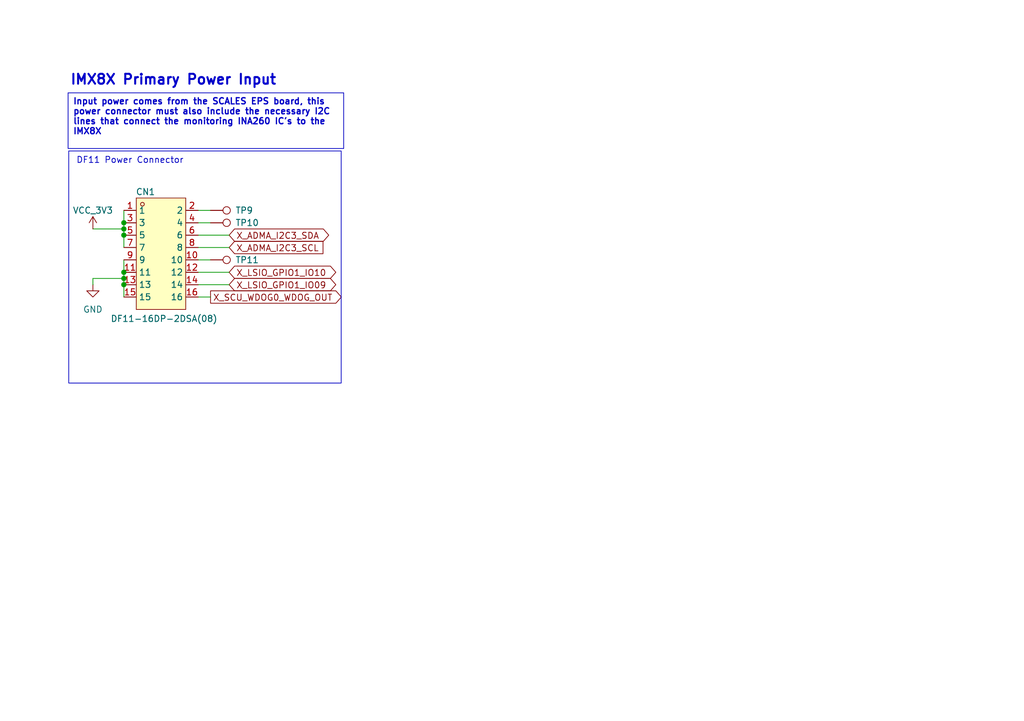
<source format=kicad_sch>
(kicad_sch (version 20250114) (generator "eeschema") (generator_version "9.0")
  (paper "A5")
  (lib_symbols
    (symbol "Connector:TestPoint" (pin_numbers (hide yes)) (pin_names (offset 0.762) (hide yes))
      (property "Reference" "TP" (at 0 6.858 0))
      (property "Value" "TestPoint" (at 0 5.08 0))
      (symbol "TestPoint_0_1"
        (circle (center 0 3.302) (radius 0.762))
      )
      (symbol "TestPoint_1_1"
        (pin passive line (at 0 0 90) (length 2.54) (name "1") (number "1"))
      )
    )
    (symbol "imx8_carrier_board_symbol_library:DF11-16DP-2DSA(08)"
      (property "Reference" "CN" (at 0 13.97 0))
      (property "Value" "DF11-16DP-2DSA(08)" (at 0 -13.97 0))
      (symbol "DF11-16DP-2DSA(08)_0_1"
        (rectangle (start -5.08 11.43) (end 5.08 -11.43) (fill (type background)))
        (circle (center -3.81 10.16) (radius 0.38))
        (pin unspecified line (at -7.62 8.89 0) (length 2.54) (name "1") (number "1"))
        (pin unspecified line (at -7.62 6.35 0) (length 2.54) (name "3") (number "3"))
        (pin unspecified line (at -7.62 3.81 0) (length 2.54) (name "5") (number "5"))
        (pin unspecified line (at -7.62 1.27 0) (length 2.54) (name "7") (number "7"))
        (pin unspecified line (at -7.62 -1.27 0) (length 2.54) (name "9") (number "9"))
        (pin unspecified line (at -7.62 -3.81 0) (length 2.54) (name "11") (number "11"))
        (pin unspecified line (at -7.62 -6.35 0) (length 2.54) (name "13") (number "13"))
        (pin unspecified line (at -7.62 -8.89 0) (length 2.54) (name "15") (number "15"))
        (pin unspecified line (at 7.62 8.89 180) (length 2.54) (name "2") (number "2"))
        (pin unspecified line (at 7.62 6.35 180) (length 2.54) (name "4") (number "4"))
        (pin unspecified line (at 7.62 3.81 180) (length 2.54) (name "6") (number "6"))
        (pin unspecified line (at 7.62 1.27 180) (length 2.54) (name "8") (number "8"))
        (pin unspecified line (at 7.62 -1.27 180) (length 2.54) (name "10") (number "10"))
        (pin unspecified line (at 7.62 -3.81 180) (length 2.54) (name "12") (number "12"))
        (pin unspecified line (at 7.62 -6.35 180) (length 2.54) (name "14") (number "14"))
        (pin unspecified line (at 7.62 -8.89 180) (length 2.54) (name "16") (number "16"))
      )
    )
    (symbol "imx8_carrier_board_symbol_library:VCC_3V3" (power) (pin_numbers (hide yes)) (pin_names (offset 0) (hide yes))
      (property "Value" "VCC_3V3" (at 0 3.556 0))
      (symbol "VCC_3V3_0_1"
        (polyline (pts (xy -0.762 1.27) (xy 0 2.54)))
        (polyline (pts (xy 0 2.54) (xy 0.762 1.27)))
        (polyline (pts (xy 0 0) (xy 0 2.54)))
      )
      (symbol "VCC_3V3_1_1"
        (pin power_in line (at 0 0 90) (length 0) (name "~") (number "1"))
      )
    )
    (symbol "power:GND" (power) (pin_numbers (hide yes)) (pin_names (offset 0) (hide yes))
      (property "Value" "GND" (at 0 -3.81 0))
      (symbol "GND_0_1"
        (polyline (pts (xy 0 0) (xy 0 -1.27) (xy 1.27 -1.27) (xy 0 -2.54) (xy -1.27 -1.27) (xy 0 -1.27)))
      )
      (symbol "GND_1_1"
        (pin power_in line (at 0 0 270) (length 0) (name "~") (number "1"))
      )
    )
  )
  (rectangle (start 14.097 30.988) (end 69.977 78.613))
  (text "DF11 Power Connector" (at 26.67 33.02 0) (effects (font (size 1.27 1.27))))
  (text "IMX8X Primary Power Input" (at 35.56 16.51 0) (effects (font (size 2.032 2.032) (thickness 0.4064) (bold yes))))
  (text_box "Input power comes from the SCALES EPS board, this power connector must also include the necessary I2C lines that connect the monitoring INA260 IC's to the IMX8X" (at 13.97 19.05 0) (size 56.515 11.43) (margins 0.9525 0.9525 0.9525 0.9525) (effects (font (size 1.27 1.27) (thickness 0.254) (bold yes)) (justify left top)))
  (junction (at 25.4 57.15))
  (junction (at 25.4 48.26))
  (junction (at 25.4 46.99))
  (junction (at 25.4 45.72))
  (junction (at 25.4 55.88))
  (junction (at 25.4 58.42))
  (wire (pts (xy 40.64 43.18) (xy 43.18 43.18)))
  (wire (pts (xy 19.05 57.15) (xy 19.05 58.42)))
  (wire (pts (xy 40.64 48.26) (xy 46.99 48.26)))
  (wire (pts (xy 25.4 48.26) (xy 25.4 50.8)))
  (wire (pts (xy 25.4 46.99) (xy 25.4 48.26)))
  (wire (pts (xy 25.4 55.88) (xy 25.4 57.15)))
  (wire (pts (xy 40.64 58.42) (xy 46.99 58.42)))
  (wire (pts (xy 40.64 53.34) (xy 43.18 53.34)))
  (wire (pts (xy 40.64 50.8) (xy 46.99 50.8)))
  (wire (pts (xy 25.4 57.15) (xy 25.4 58.42)))
  (wire (pts (xy 19.05 46.99) (xy 25.4 46.99)))
  (wire (pts (xy 40.64 60.96) (xy 43.18 60.96)))
  (wire (pts (xy 25.4 45.72) (xy 25.4 46.99)))
  (wire (pts (xy 40.64 55.88) (xy 46.99 55.88)))
  (wire (pts (xy 25.4 53.34) (xy 25.4 55.88)))
  (wire (pts (xy 19.05 57.15) (xy 25.4 57.15)))
  (wire (pts (xy 25.4 58.42) (xy 25.4 60.96)))
  (wire (pts (xy 25.4 43.18) (xy 25.4 45.72)))
  (wire (pts (xy 40.64 45.72) (xy 43.18 45.72)))
  (global_label "X_ADMA_I2C3_SDA" (shape bidirectional) (at 46.99 48.26 0) (property "Intersheetrefs" "${INTERSHEET_REFS}" (effects (hide yes))))
  (global_label "X_ADMA_I2C3_SCL" (shape input) (at 46.99 50.8 0) (property "Intersheetrefs" "${INTERSHEET_REFS}" (effects (hide yes))))
  (global_label "X_LSIO_GPIO1_IO09" (shape bidirectional) (at 46.99 58.42 0) (property "Intersheetrefs" "${INTERSHEET_REFS}" (effects (hide yes))))
  (global_label "X_SCU_WDOG0_WDOG_OUT" (shape output) (at 43.18 60.96 0) (property "Intersheetrefs" "${INTERSHEET_REFS}" (effects (hide yes))))
  (global_label "X_LSIO_GPIO1_IO10" (shape bidirectional) (at 46.99 55.88 0) (property "Intersheetrefs" "${INTERSHEET_REFS}" (effects (hide yes))))
  (symbol (lib_id "power:GND") (at 19.05 58.42 0) (unit 1)
    (property "Reference" "#PWR25" (effects (hide yes)))
    (property "Value" "GND" (at 19.05 63.5 0))
    (property "Description" "Power symbol creates a global label with name \"GND\" , ground" (effects (hide yes)))
  )
  (symbol (lib_id "imx8_carrier_board_symbol_library:VCC_3V3") (at 19.05 46.99 0) (unit 1)
    (property "Reference" "#PWR128" (effects (hide yes)))
    (property "Value" "VCC_3V3" (at 19.05 43.18 0))
    (property "Description" "Power symbol creates a global label with name \"VCC\"" (effects (hide yes)))
  )
  (symbol (lib_id "Connector:TestPoint") (at 43.18 43.18 270) (unit 1)
    (property "Reference" "TP9" (at 48.26 43.18 90) (effects (justify left)))
    (property "Value" "TestPoint" (effects (hide yes)))
    (property "Footprint" "TestPoint:TestPoint_THTPad_1.0x1.0mm_Drill0.5mm" (effects (hide yes)))
    (property "Description" "test point" (effects (hide yes)))
  )
  (symbol (lib_id "imx8_carrier_board_symbol_library:DF11-16DP-2DSA(08)") (at 33.02 52.07 0) (unit 1)
    (property "Reference" "CN1" (at 29.845 39.37 0))
    (property "Value" "DF11-16DP-2DSA(08)" (at 33.655 65.405 0))
    (property "Footprint" "imx8_carrier_board_footprints:CONN-TH_DF11-16DP-2DSA-08" (effects (hide yes)))
    (property "Datasheet" "https://lcsc.com/product-detail/Wire-To-Board-Wire-To-Wire-Connector_HRS-Hirose-HRS-DF11-16DP-2DSA-08_C530981.html" (effects (hide yes)))
    (property "Description" "DF11 Connector" (effects (hide yes)))
    (property "LCSC Part" "C530981" (effects (hide yes)))
  )
  (symbol (lib_id "Connector:TestPoint") (at 43.18 45.72 270) (unit 1)
    (property "Reference" "TP10" (at 48.26 45.72 90) (effects (justify left)))
    (property "Value" "TestPoint" (effects (hide yes)))
    (property "Footprint" "TestPoint:TestPoint_THTPad_1.0x1.0mm_Drill0.5mm" (effects (hide yes)))
    (property "Description" "test point" (effects (hide yes)))
  )
  (symbol (lib_id "Connector:TestPoint") (at 43.18 53.34 270) (unit 1)
    (property "Reference" "TP11" (at 48.26 53.34 90) (effects (justify left)))
    (property "Value" "TestPoint" (effects (hide yes)))
    (property "Footprint" "TestPoint:TestPoint_THTPad_1.0x1.0mm_Drill0.5mm" (effects (hide yes)))
    (property "Description" "test point" (effects (hide yes)))
  )
)
</source>
